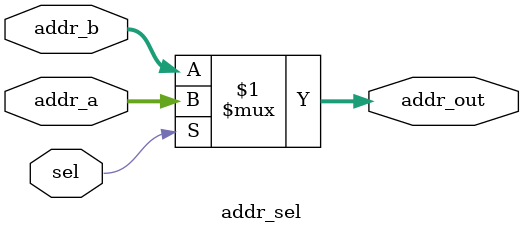
<source format=sv>
`timescale 1ns / 1ps


module addr_sel(
    input sel,
    input [17:0] addr_a, addr_b,
    
    output reg [17:0] addr_out
    );
    
    assign addr_out = sel ? addr_a : addr_b;
endmodule

</source>
